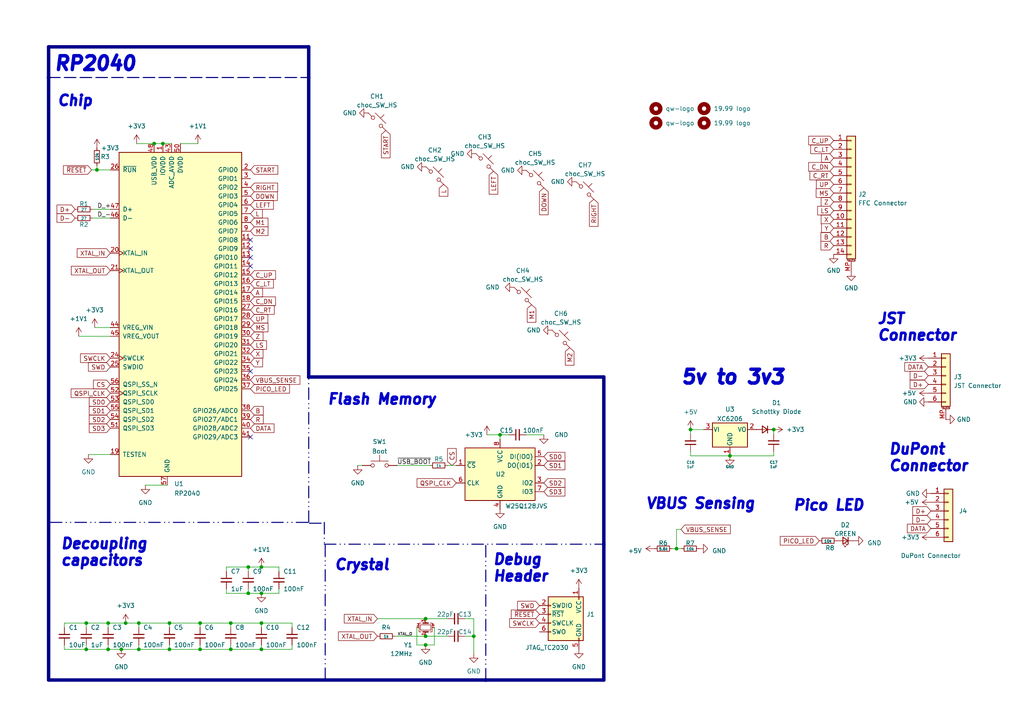
<source format=kicad_sch>
(kicad_sch (version 20230121) (generator eeschema)
  (paper "A4")
  (junction (at 31.369 188.341))
  (junction (at 89.535 109.347))
  (junction (at 72.009 172.085))
  (junction (at 31.369 180.721))
  (junction (at 123.444 184.531))
  (junction (at 224.409 124.587))
  (junction (at 75.819 180.721))
  (junction (at 16.256 224.79))
  (junction (at 11.176 229.489))
  (junction (at 58.039 180.721))
  (junction (at 49.149 180.721))
  (junction (at 28.1112 49.276))
  (junction (at 36.449 180.721))
  (junction (at 35.179 188.341))
  (junction (at 25.019 188.341))
  (junction (at 140.89 197.231))
  (junction (at 72.009 164.465))
  (junction (at 200.279 124.587) (diameter 0.9144))
  (junction (at 49.149 188.341))
  (junction (at 44.704 41.656))
  (junction (at 11.176 224.79))
  (junction (at 14.097 22.479))
  (junction (at 75.819 164.465))
  (junction (at 40.259 180.721))
  (junction (at 123.444 187.071))
  (junction (at 211.709 132.207) (diameter 0.9144))
  (junction (at 75.819 188.341))
  (junction (at 66.929 188.341))
  (junction (at 123.444 179.451))
  (junction (at 145.034 126.111))
  (junction (at 137.414 184.531))
  (junction (at 175.133 157.8441))
  (junction (at 75.9714 252.73))
  (junction (at 66.929 180.721))
  (junction (at 58.039 188.341))
  (junction (at 196.215 159.131))
  (junction (at 47.244 41.656))
  (junction (at 25.019 180.721))
  (junction (at 75.819 172.085))
  (junction (at 89.535 22.479))
  (junction (at 40.259 188.341))
  (no_connect (at 23.876 247.65))
  (no_connect (at 41.656 247.65))
  (no_connect (at 72.644 126.746))
  (no_connect (at 72.644 74.676))
  (no_connect (at 76.327 285.75))
  (no_connect (at 26.416 247.65))
  (no_connect (at 72.644 77.216))
  (no_connect (at 49.276 247.65))
  (no_connect (at 76.327 290.83))
  (no_connect (at 72.644 72.136))
  (no_connect (at 34.036 247.65))
  (no_connect (at 72.644 69.596))
  (no_connect (at 72.644 107.696))
  (wire (pts (xy 125.984 181.991) (xy 125.984 187.071)))
  (bus (pts (xy 14.605 151.511) (xy 89.535 151.511)) (stroke (width 0) (type dash_dot_dot)))
  (wire (pts (xy 125.984 187.071) (xy 123.444 187.071)))
  (wire (pts (xy 40.259 180.721) (xy 40.259 181.991)))
  (wire (pts (xy 80.899 164.465) (xy 80.899 165.735)))
  (wire (pts (xy 49.149 180.721) (xy 49.149 181.991)))
  (wire (pts (xy 211.709 132.207) (xy 224.409 132.207)))
  (wire (pts (xy 49.149 188.341) (xy 49.149 187.071)))
  (wire (pts (xy 134.874 179.451) (xy 137.414 179.451)))
  (wire (pts (xy 31.369 188.341) (xy 35.179 188.341)))
  (wire (pts (xy 109.474 179.451) (xy 123.444 179.451)))
  (bus (pts (xy 14.097 13.589) (xy 89.535 13.589)) (stroke (width 1)))
  (wire (pts (xy 47.244 41.656) (xy 49.784 41.656)))
  (bus (pts (xy 89.535 13.589) (xy 89.535 22.479)) (stroke (width 1)))
  (wire (pts (xy 40.259 188.341) (xy 40.259 187.071)))
  (wire (pts (xy 26.8732 63.246) (xy 32.004 63.246)))
  (wire (pts (xy 31.369 180.721) (xy 36.449 180.721)))
  (bus (pts (xy 89.535 151.511) (xy 89.535 109.347)) (stroke (width 0) (type dash_dot_dot)))
  (wire (pts (xy 65.659 172.085) (xy 72.009 172.085)))
  (wire (pts (xy 75.819 180.721) (xy 75.819 181.991)))
  (wire (pts (xy 75.9714 252.73) (xy 77.216 252.73)))
  (wire (pts (xy 32.004 97.536) (xy 22.8346 97.536)))
  (wire (pts (xy 224.409 130.9116) (xy 224.409 132.207)))
  (wire (pts (xy 65.659 164.465) (xy 65.659 165.735)))
  (bus (pts (xy 140.89 197.231) (xy 140.89 157.861)) (stroke (width 0) (type dash_dot_dot)))
  (wire (pts (xy 123.444 184.531) (xy 114.554 184.531)))
  (wire (pts (xy 58.039 180.721) (xy 66.929 180.721)))
  (wire (pts (xy 40.259 188.341) (xy 49.149 188.341)))
  (wire (pts (xy 120.904 187.071) (xy 123.444 187.071)))
  (wire (pts (xy 25.019 187.071) (xy 25.019 188.341)))
  (wire (pts (xy 196.215 153.543) (xy 196.215 159.131)))
  (wire (pts (xy 145.034 126.111) (xy 147.574 126.111)))
  (wire (pts (xy 18.669 187.071) (xy 18.669 188.341)))
  (wire (pts (xy 18.669 180.721) (xy 25.019 180.721)))
  (wire (pts (xy 28.1112 48.006) (xy 28.1112 49.276)))
  (wire (pts (xy 36.449 180.721) (xy 40.259 180.721)))
  (wire (pts (xy 42.164 140.716) (xy 48.514 140.716)))
  (wire (pts (xy 194.945 159.131) (xy 196.215 159.131)))
  (wire (pts (xy 80.899 172.085) (xy 80.899 170.815)))
  (wire (pts (xy 27.4574 94.996) (xy 32.004 94.996)))
  (wire (pts (xy 75.819 164.465) (xy 80.899 164.465)))
  (wire (pts (xy 115.189 135.001) (xy 124.714 135.001)))
  (wire (pts (xy 66.929 187.071) (xy 66.929 188.341)))
  (bus (pts (xy 14.097 22.479) (xy 89.535 22.479)) (stroke (width 0) (type dash)))
  (wire (pts (xy 75.819 188.341) (xy 75.819 187.071)))
  (wire (pts (xy 11.176 232.41) (xy 16.256 232.41)))
  (wire (pts (xy 129.794 135.001) (xy 132.334 135.001)))
  (wire (pts (xy 35.179 188.341) (xy 40.259 188.341)))
  (bus (pts (xy 94.3282 158.0981) (xy 94.3282 197.485)) (stroke (width 0) (type dash_dot_dot)))
  (wire (pts (xy 25.019 188.341) (xy 31.369 188.341)))
  (bus (pts (xy 175.133 157.8441) (xy 175.133 157.861)))
  (wire (pts (xy 72.009 170.815) (xy 72.009 172.085)))
  (wire (pts (xy 44.704 41.656) (xy 47.244 41.656)))
  (wire (pts (xy 26.8732 60.706) (xy 32.004 60.706)))
  (bus (pts (xy 89.535 22.479) (xy 89.535 109.347)) (stroke (width 1)))
  (wire (pts (xy 72.009 164.465) (xy 72.009 165.735)))
  (bus (pts (xy 175.133 157.8441) (xy 175.133 109.347)) (stroke (width 1)))
  (wire (pts (xy 75.819 172.085) (xy 80.899 172.085)))
  (wire (pts (xy 66.929 180.721) (xy 66.929 181.991)))
  (wire (pts (xy 72.009 164.465) (xy 65.659 164.465)))
  (wire (pts (xy 58.039 188.341) (xy 66.929 188.341)))
  (bus (pts (xy 14.097 197.231) (xy 140.89 197.231)) (stroke (width 1)))
  (wire (pts (xy 69.596 247.65) (xy 67.056 247.65)))
  (wire (pts (xy 28.1112 49.276) (xy 32.004 49.276)))
  (wire (pts (xy 31.369 180.721) (xy 31.369 181.991)))
  (wire (pts (xy 145.034 126.111) (xy 145.034 127.381)))
  (wire (pts (xy 75.819 164.465) (xy 72.009 164.465)))
  (wire (pts (xy 75.819 180.721) (xy 84.709 180.721)))
  (wire (pts (xy 31.369 187.071) (xy 31.369 188.341)))
  (wire (pts (xy 16.256 224.79) (xy 16.256 229.489)))
  (wire (pts (xy 74.676 252.73) (xy 75.9714 252.73)))
  (bus (pts (xy 94.0742 157.8441) (xy 175.133 157.8441)) (stroke (width 0) (type dash_dot_dot)))
  (wire (pts (xy 200.279 124.587) (xy 200.279 125.857)))
  (wire (pts (xy 137.414 184.531) (xy 137.414 189.611)))
  (wire (pts (xy 84.709 188.341) (xy 84.709 187.071)))
  (wire (pts (xy 64.516 247.65) (xy 61.976 247.65)))
  (wire (pts (xy 75.819 188.341) (xy 84.709 188.341)))
  (bus (pts (xy 140.89 197.231) (xy 175.133 197.231)) (stroke (width 1)))
  (wire (pts (xy 49.149 188.341) (xy 58.039 188.341)))
  (wire (pts (xy 11.176 229.489) (xy 11.176 232.41)))
  (wire (pts (xy 152.654 126.111) (xy 157.734 126.111)))
  (wire (pts (xy 26.5683 49.276) (xy 28.1112 49.276)))
  (wire (pts (xy 31.369 180.721) (xy 25.019 180.721)))
  (wire (pts (xy 49.149 180.721) (xy 58.039 180.721)))
  (wire (pts (xy 25.019 180.721) (xy 25.019 181.991)))
  (bus (pts (xy 94.0742 151.511) (xy 94.0742 157.8441)) (stroke (width 0) (type dash_dot_dot)))
  (wire (pts (xy 103.759 135.001) (xy 105.029 135.001)))
  (wire (pts (xy 141.224 126.111) (xy 145.034 126.111)))
  (wire (pts (xy 120.904 181.991) (xy 120.904 187.071)))
  (wire (pts (xy 137.414 179.451) (xy 137.414 184.531)))
  (wire (pts (xy 196.215 159.131) (xy 197.6628 159.131)))
  (wire (pts (xy 200.279 130.937) (xy 200.279 132.207)))
  (wire (pts (xy 137.414 184.531) (xy 134.874 184.531)))
  (wire (pts (xy 84.709 180.721) (xy 84.709 181.991)))
  (wire (pts (xy 129.794 184.531) (xy 123.444 184.531)))
  (wire (pts (xy 66.929 188.341) (xy 75.819 188.341)))
  (bus (pts (xy 89.789 151.765) (xy 94.3282 151.765)) (stroke (width 0) (type dash_dot_dot)))
  (bus (pts (xy 89.535 109.347) (xy 175.133 109.347)) (stroke (width 1)))
  (wire (pts (xy 72.009 172.085) (xy 75.819 172.085)))
  (bus (pts (xy 175.133 197.231) (xy 175.133 157.8441)) (stroke (width 1)))
  (wire (pts (xy 39.624 41.656) (xy 44.704 41.656)))
  (wire (pts (xy 11.176 224.79) (xy 11.176 229.489)))
  (wire (pts (xy 211.709 132.207) (xy 200.279 132.207)))
  (wire (pts (xy 25.654 131.826) (xy 32.004 131.826)))
  (wire (pts (xy 58.039 187.071) (xy 58.039 188.341)))
  (wire (pts (xy 224.409 125.8316) (xy 224.409 124.587)))
  (wire (pts (xy 52.324 41.656) (xy 57.404 41.656)))
  (bus (pts (xy 14.097 22.479) (xy 14.097 197.231)) (stroke (width 1)))
  (wire (pts (xy 197.485 153.543) (xy 196.215 153.543)))
  (wire (pts (xy 129.794 179.451) (xy 123.444 179.451)))
  (wire (pts (xy 200.279 124.587) (xy 204.089 124.587)))
  (wire (pts (xy 18.669 181.991) (xy 18.669 180.721)))
  (wire (pts (xy 58.039 180.721) (xy 58.039 181.991)))
  (wire (pts (xy 18.669 188.341) (xy 25.019 188.341)))
  (wire (pts (xy 66.929 180.721) (xy 75.819 180.721)))
  (wire (pts (xy 40.259 180.721) (xy 49.149 180.721)))
  (bus (pts (xy 14.097 13.589) (xy 14.097 22.479)) (stroke (width 1)))
  (wire (pts (xy 65.659 170.815) (xy 65.659 172.085)))
  (text "RP2040" (at 15.367 20.955 0) (effects (font (size 4 4) (thickness 2) bold italic) (justify left bottom)))
  (text "ESD Protection" (at 11.303 273.558 0) (effects (font (size 4 4) (thickness 2) bold italic) (justify left bottom)))
  (text "Pico LED" (at 229.8192 148.463 0) (effects (font (size 3 3) (thickness 2) bold italic) (justify left bottom)))
  (text "Flash Memory" (at 94.742 117.729 0) (effects (font (size 3 3) (thickness 2) bold italic) (justify left bottom)))
  (text "Crystal" (at 96.774 165.735 0) (effects (font (size 3 3) (thickness 2) bold italic) (justify left bottom)))
  (text "JST\nConnector" (at 254.254 99.187 0) (effects (font (size 3 3) (thickness 2) bold italic) (justify left bottom)))
  (text "USB PORT" (at 8.382 216.662 0) (effects (font (size 4 4) (thickness 2) bold italic) (justify left bottom)))
  (text "Chip" (at 16.383 31.115 0) (effects (font (size 3 3) (thickness 2) bold italic) (justify left bottom)))
  (text "5v to 3v3" (at 197.231 111.887 0) (effects (font (size 4 4) (thickness 2) bold italic) (justify left bottom)))
  (text "VBUS Sensing" (at 187.071 147.955 0) (effects (font (size 3 3) (thickness 2) bold italic) (justify left bottom)))
  (text "DuPont\nConnector" (at 257.556 137.033 0) (effects (font (size 3 3) (thickness 2) bold italic) (justify left bottom)))
  (text "Decoupling\ncapacitors" (at 17.399 164.465 0) (effects (font (size 3 3) (thickness 2) bold italic) (justify left bottom)))
  (text "Debug\nHeader" (at 142.748 169.037 0) (effects (font (size 3 3) (thickness 2) bold italic) (justify left bottom)))
  (label "~{USB_BOOT}" (at 115.189 135.001 0))
  (label "D_-" (at 28.194 63.246 0))
  (label "D_+" (at 28.194 60.706 0))
  (label "XTAL_O" (at 119.634 184.531 180) (effects (font (size 0.8 0.8))))
  (global_label "C_RT" (shape input) (at 195.453 236.601 180) (property "Intersheetrefs" "${INTERSHEET_REFS}" (effects hide)))
  (global_label "C_UP" (shape input) (at 241.808 40.767 180) (property "Intersheetrefs" "${INTERSHEET_REFS}" (effects hide)))
  (global_label "SWCLK" (shape input) (at 32.004 103.886 180) (property "Intersheetrefs" "${INTERSHEET_REFS}" (effects hide)))
  (global_label "M2" (shape input) (at 72.644 67.056 0) (property "Intersheetrefs" "${INTERSHEET_REFS}" (effects hide)))
  (global_label "SD3" (shape input) (at 157.734 142.621 0) (property "Intersheetrefs" "${INTERSHEET_REFS}" (effects hide)))
  (global_label "Y" (shape input) (at 195.453 251.841 180) (property "Intersheetrefs" "${INTERSHEET_REFS}" (effects hide)))
  (global_label "LEFT" (shape input) (at 72.644 59.436 0) (property "Intersheetrefs" "${INTERSHEET_REFS}" (effects hide)))
  (global_label "Y" (shape input) (at 241.808 66.167 180) (property "Intersheetrefs" "${INTERSHEET_REFS}" (effects hide)))
  (global_label "QSPI_CLK" (shape input) (at 132.334 140.081 180) (property "Intersheetrefs" "${INTERSHEET_REFS}" (effects hide)))
  (global_label "DATA" (shape input) (at 130.556 274.066 180) (property "Intersheetrefs" "${INTERSHEET_REFS}" (effects hide)))
  (global_label "A" (shape input) (at 260.604 295.529 270) (property "Intersheetrefs" "${INTERSHEET_REFS}" (effects hide)))
  (global_label "D-" (shape input) (at 130.556 266.446 180) (property "Intersheetrefs" "${INTERSHEET_REFS}" (effects hide)))
  (global_label "D+" (shape input) (at 21.7932 60.706 180) (property "Intersheetrefs" "${INTERSHEET_REFS}" (effects hide)))
  (global_label "DATA" (shape input) (at 72.644 124.206 0) (property "Intersheetrefs" "${INTERSHEET_REFS}" (effects hide)))
  (global_label "3vCable" (shape input) (at 31.496 247.65 270) (property "Intersheetrefs" "${INTERSHEET_REFS}" (effects hide)))
  (global_label "SD0" (shape input) (at 32.004 116.586 180) (property "Intersheetrefs" "${INTERSHEET_REFS}" (effects hide)))
  (global_label "M2" (shape input) (at 165.227 100.838 270) (property "Intersheetrefs" "${INTERSHEET_REFS}" (effects hide)))
  (global_label "M1" (shape input) (at 72.644 64.516 0) (property "Intersheetrefs" "${INTERSHEET_REFS}" (effects hide)))
  (global_label "3vDiode" (shape input) (at 129.159 244.983 180) (property "Intersheetrefs" "${INTERSHEET_REFS}" (effects hide)))
  (global_label "RIGHT" (shape input) (at 172.212 57.785 270) (property "Intersheetrefs" "${INTERSHEET_REFS}" (effects hide)))
  (global_label "3vDiode" (shape input) (at 109.728 226.695 0) (property "Intersheetrefs" "${INTERSHEET_REFS}" (effects hide)))
  (global_label "M1" (shape input) (at 154.178 88.392 270) (property "Intersheetrefs" "${INTERSHEET_REFS}" (effects hide)))
  (global_label "DOWN" (shape input) (at 157.734 54.483 270) (property "Intersheetrefs" "${INTERSHEET_REFS}" (effects hide)))
  (global_label "3vCable" (shape input) (at 46.736 247.65 270) (property "Intersheetrefs" "${INTERSHEET_REFS}" (effects hide)))
  (global_label "DATA" (shape input) (at 270.002 153.289 180) (property "Intersheetrefs" "${INTERSHEET_REFS}" (effects hide)))
  (global_label "C_UP" (shape input) (at 243.967 284.099 270) (property "Intersheetrefs" "${INTERSHEET_REFS}" (effects hide)))
  (global_label "DATA" (shape input) (at 269.24 106.426 180) (property "Intersheetrefs" "${INTERSHEET_REFS}" (effects hide)))
  (global_label "C_LT" (shape input) (at 195.453 228.981 180) (property "Intersheetrefs" "${INTERSHEET_REFS}" (effects hide)))
  (global_label "D+" (shape input) (at 129.159 237.363 180) (property "Intersheetrefs" "${INTERSHEET_REFS}" (effects hide)))
  (global_label "SWD" (shape input) (at 156.464 175.641 180) (property "Intersheetrefs" "${INTERSHEET_REFS}" (effects hide)))
  (global_label "PICO_LED" (shape input) (at 72.644 112.776 0) (property "Intersheetrefs" "${INTERSHEET_REFS}" (effects hide)))
  (global_label "MS" (shape input) (at 241.808 56.007 180) (property "Intersheetrefs" "${INTERSHEET_REFS}" (effects hide)))
  (global_label "LS" (shape input) (at 241.808 61.087 180) (property "Intersheetrefs" "${INTERSHEET_REFS}" (effects hide)))
  (global_label "VBUS_SENSE" (shape input) (at 197.485 153.543 0) (property "Intersheetrefs" "${INTERSHEET_REFS}" (effects hide)))
  (global_label "D+" (shape input) (at 269.24 111.506 180) (property "Intersheetrefs" "${INTERSHEET_REFS}" (effects hide)))
  (global_label "R" (shape input) (at 72.644 121.666 0) (property "Intersheetrefs" "${INTERSHEET_REFS}" (effects hide)))
  (global_label "C_UP" (shape input) (at 195.453 226.441 180) (property "Intersheetrefs" "${INTERSHEET_REFS}" (effects hide)))
  (global_label "C_LT" (shape input) (at 72.644 82.296 0) (property "Intersheetrefs" "${INTERSHEET_REFS}" (effects hide)))
  (global_label "SWD" (shape input) (at 32.004 106.426 180) (property "Intersheetrefs" "${INTERSHEET_REFS}" (effects hide)))
  (global_label "XTAL_OUT" (shape input) (at 32.004 78.486 180) (property "Intersheetrefs" "${INTERSHEET_REFS}" (effects hide)))
  (global_label "X" (shape input) (at 241.808 63.627 180) (property "Intersheetrefs" "${INTERSHEET_REFS}" (effects hide)))
  (global_label "Y" (shape input) (at 244.856 233.68 270) (property "Intersheetrefs" "${INTERSHEET_REFS}" (effects hide)))
  (global_label "LS" (shape input) (at 195.453 246.761 180) (property "Intersheetrefs" "${INTERSHEET_REFS}" (effects hide)))
  (global_label "D-" (shape input) (at 270.002 150.749 180) (property "Intersheetrefs" "${INTERSHEET_REFS}" (effects hide)))
  (global_label "A" (shape input) (at 195.453 231.521 180) (property "Intersheetrefs" "${INTERSHEET_REFS}" (effects hide)))
  (global_label "C_RT" (shape input) (at 256.54 280.797 270) (property "Intersheetrefs" "${INTERSHEET_REFS}" (effects hide)))
  (global_label "DBUS+" (shape input) (at 63.2968 247.65 270) (property "Intersheetrefs" "${INTERSHEET_REFS}" (effects hide)))
  (global_label "R" (shape input) (at 195.453 256.921 180) (property "Intersheetrefs" "${INTERSHEET_REFS}" (effects hide)))
  (global_label "A" (shape input) (at 72.644 84.836 0) (property "Intersheetrefs" "${INTERSHEET_REFS}" (effects hide)))
  (global_label "START" (shape input) (at 72.644 49.276 0) (property "Intersheetrefs" "${INTERSHEET_REFS}" (effects hide)))
  (global_label "C_DN" (shape input) (at 195.453 234.061 180) (property "Intersheetrefs" "${INTERSHEET_REFS}" (effects hide)))
  (global_label "C_DN" (shape input) (at 241.808 48.387 180) (property "Intersheetrefs" "${INTERSHEET_REFS}" (effects hide)))
  (global_label "B" (shape input) (at 72.644 119.126 0) (property "Intersheetrefs" "${INTERSHEET_REFS}" (effects hide)))
  (global_label "Z" (shape input) (at 266.954 250.063 270) (property "Intersheetrefs" "${INTERSHEET_REFS}" (effects hide)))
  (global_label "B" (shape input) (at 241.808 68.707 180) (property "Intersheetrefs" "${INTERSHEET_REFS}" (effects hide)))
  (global_label "C_RT" (shape input) (at 241.808 50.927 180) (property "Intersheetrefs" "${INTERSHEET_REFS}" (effects hide)))
  (global_label "~{RESET}" (shape input) (at 156.464 178.181 180) (property "Intersheetrefs" "${INTERSHEET_REFS}" (effects hide)))
  (global_label "SD2" (shape input) (at 32.004 121.666 180) (property "Intersheetrefs" "${INTERSHEET_REFS}" (effects hide)))
  (global_label "~{RESET}" (shape input) (at 26.5683 49.276 180) (property "Intersheetrefs" "${INTERSHEET_REFS}" (effects hide)))
  (global_label "MS" (shape input) (at 72.644 94.996 0) (property "Intersheetrefs" "${INTERSHEET_REFS}" (effects hide)))
  (global_label "CS" (shape input) (at 32.004 111.506 180) (property "Intersheetrefs" "${INTERSHEET_REFS}" (effects hide)))
  (global_label "MS" (shape input) (at 274.955 240.665 270) (property "Intersheetrefs" "${INTERSHEET_REFS}" (effects hide)))
  (global_label "RIGHT" (shape input) (at 72.644 54.356 0) (property "Intersheetrefs" "${INTERSHEET_REFS}" (effects hide)))
  (global_label "UP" (shape input) (at 282.829 254.508 270) (property "Intersheetrefs" "${INTERSHEET_REFS}" (effects hide)))
  (global_label "Z" (shape input) (at 195.453 244.221 180) (property "Intersheetrefs" "${INTERSHEET_REFS}" (effects hide)))
  (global_label "X" (shape input) (at 195.453 249.301 180) (property "Intersheetrefs" "${INTERSHEET_REFS}" (effects hide)))
  (global_label "SD2" (shape input) (at 157.734 140.081 0) (property "Intersheetrefs" "${INTERSHEET_REFS}" (effects hide)))
  (global_label "A" (shape input) (at 241.808 45.847 180) (property "Intersheetrefs" "${INTERSHEET_REFS}" (effects hide)))
  (global_label "D-" (shape input) (at 269.24 108.966 180) (property "Intersheetrefs" "${INTERSHEET_REFS}" (effects hide)))
  (global_label "DATABUS" (shape input) (at 96.647 285.75 0) (property "Intersheetrefs" "${INTERSHEET_REFS}" (effects hide)))
  (global_label "DATA" (shape input) (at 96.647 290.83 0) (property "Intersheetrefs" "${INTERSHEET_REFS}" (effects hide)))
  (global_label "DBUS+" (shape input) (at 24.003 294.132 180) (property "Intersheetrefs" "${INTERSHEET_REFS}" (effects hide)))
  (global_label "XTAL_IN" (shape input) (at 32.004 73.406 180) (property "Intersheetrefs" "${INTERSHEET_REFS}" (effects hide)))
  (global_label "3vDiode" (shape input) (at 130.556 271.526 180) (property "Intersheetrefs" "${INTERSHEET_REFS}" (effects hide)))
  (global_label "C_DN" (shape input) (at 249.174 311.023 270) (property "Intersheetrefs" "${INTERSHEET_REFS}" (effects hide)))
  (global_label "C_RT" (shape input) (at 72.644 89.916 0) (property "Intersheetrefs" "${INTERSHEET_REFS}" (effects hide)))
  (global_label "B" (shape input) (at 244.856 252.603 270) (property "Intersheetrefs" "${INTERSHEET_REFS}" (effects hide)))
  (global_label "SWCLK" (shape input) (at 156.464 180.721 180) (property "Intersheetrefs" "${INTERSHEET_REFS}" (effects hide)))
  (global_label "XTAL_OUT" (shape input) (at 109.474 184.531 180) (property "Intersheetrefs" "${INTERSHEET_REFS}" (effects hide)))
  (global_label "3vCable" (shape input) (at 86.487 278.13 90) (property "Intersheetrefs" "${INTERSHEET_REFS}" (effects hide)))
  (global_label "D-" (shape input) (at 44.323 289.052 0) (property "Intersheetrefs" "${INTERSHEET_REFS}" (effects hide)))
  (global_label "UP" (shape input) (at 195.453 239.141 180) (property "Intersheetrefs" "${INTERSHEET_REFS}" (effects hide)))
  (global_label "DATABUS" (shape input) (at 54.356 247.65 270) (property "Intersheetrefs" "${INTERSHEET_REFS}" (effects hide)))
  (global_label "L" (shape input) (at 128.651 53.467 270) (property "Intersheetrefs" "${INTERSHEET_REFS}" (effects hide)))
  (global_label "DBUS-" (shape input) (at 68.3768 247.65 270) (property "Intersheetrefs" "${INTERSHEET_REFS}" (effects hide)))
  (global_label "PICO_LED" (shape input) (at 237.617 156.845 180) (property "Intersheetrefs" "${INTERSHEET_REFS}" (effects hide)))
  (global_label "LS" (shape input) (at 72.644 100.076 0) (property "Intersheetrefs" "${INTERSHEET_REFS}" (effects hide)))
  (global_label "3vCable" (shape input) (at 104.648 226.695 180) (property "Intersheetrefs" "${INTERSHEET_REFS}" (effects hide)))
  (global_label "D-" (shape input) (at 21.7932 63.246 180) (property "Intersheetrefs" "${INTERSHEET_REFS}" (effects hide)))
  (global_label "START" (shape input) (at 111.887 37.846 270) (property "Intersheetrefs" "${INTERSHEET_REFS}" (effects hide)))
  (global_label "D+" (shape input) (at 130.556 263.906 180) (property "Intersheetrefs" "${INTERSHEET_REFS}" (effects hide)))
  (global_label "Z" (shape input) (at 72.644 97.536 0) (property "Intersheetrefs" "${INTERSHEET_REFS}" (effects hide)))
  (global_label "DATA" (shape input) (at 129.159 247.523 180) (property "Intersheetrefs" "${INTERSHEET_REFS}" (effects hide)))
  (global_label "XTAL_IN" (shape input) (at 109.474 179.451 180) (property "Intersheetrefs" "${INTERSHEET_REFS}" (effects hide)))
  (global_label "C_DN" (shape input) (at 72.644 87.376 0) (property "Intersheetrefs" "${INTERSHEET_REFS}" (effects hide)))
  (global_label "DBUS-" (shape input) (at 44.323 294.132 0) (property "Intersheetrefs" "${INTERSHEET_REFS}" (effects hide)))
  (global_label "C_UP" (shape input) (at 72.644 79.756 0) (property "Intersheetrefs" "${INTERSHEET_REFS}" (effects hide)))
  (global_label "R" (shape input) (at 236.982 238.76 270) (property "Intersheetrefs" "${INTERSHEET_REFS}" (effects hide)))
  (global_label "Y" (shape input) (at 72.644 105.156 0) (property "Intersheetrefs" "${INTERSHEET_REFS}" (effects hide)))
  (global_label "X" (shape input) (at 72.644 102.616 0) (property "Intersheetrefs" "${INTERSHEET_REFS}" (effects hide)))
  (global_label "DOWN" (shape input) (at 72.644 56.896 0) (property "Intersheetrefs" "${INTERSHEET_REFS}" (effects hide)))
  (global_label "MS" (shape input) (at 195.453 241.681 180) (property "Intersheetrefs" "${INTERSHEET_REFS}" (effects hide)))
  (global_label "LEFT" (shape input) (at 143.129 49.657 270) (property "Intersheetrefs" "${INTERSHEET_REFS}" (effects hide)))
  (global_label "SD0" (shape input) (at 157.734 132.461 0) (property "Intersheetrefs" "${INTERSHEET_REFS}" (effects hide)))
  (global_label "VBUS_SENSE" (shape input) (at 72.644 110.236 0) (property "Intersheetrefs" "${INTERSHEET_REFS}" (effects hide)))
  (global_label "SD3" (shape input) (at 32.004 124.206 180) (property "Intersheetrefs" "${INTERSHEET_REFS}" (effects hide)))
  (global_label "UP" (shape input) (at 72.644 92.456 0) (property "Intersheetrefs" "${INTERSHEET_REFS}" (effects hide)))
  (global_label "R" (shape input) (at 241.808 71.247 180) (property "Intersheetrefs" "${INTERSHEET_REFS}" (effects hide)))
  (global_label "C_LT" (shape input) (at 247.142 297.815 270) (property "Intersheetrefs" "${INTERSHEET_REFS}" (effects hide)))
  (global_label "SD1" (shape input) (at 32.004 119.126 180) (property "Intersheetrefs" "${INTERSHEET_REFS}" (effects hide)))
  (global_label "C_LT" (shape input) (at 241.808 43.307 180) (property "Intersheetrefs" "${INTERSHEET_REFS}" (effects hide)))
  (global_label "D-" (shape input) (at 129.159 239.903 180) (property "Intersheetrefs" "${INTERSHEET_REFS}" (effects hide)))
  (global_label "LS" (shape input) (at 259.08 236.22 270) (property "Intersheetrefs" "${INTERSHEET_REFS}" (effects hide)))
  (global_label "D+" (shape input) (at 24.003 289.052 180) (property "Intersheetrefs" "${INTERSHEET_REFS}" (effects hide)))
  (global_label "D+" (shape input) (at 270.002 148.209 180) (property "Intersheetrefs" "${INTERSHEET_REFS}" (effects hide)))
  (global_label "SD1" (shape input) (at 157.734 135.001 0) (property "Intersheetrefs" "${INTERSHEET_REFS}" (effects hide)))
  (global_label "X" (shape input) (at 252.73 247.523 270) (property "Intersheetrefs" "${INTERSHEET_REFS}" (effects hide)))
  (global_label "CS" (shape input) (at 131.064 135.001 90) (property "Intersheetrefs" "${INTERSHEET_REFS}" (effects hide)))
  (global_label "DATABUS" (shape input) (at 39.116 247.65 270) (property "Intersheetrefs" "${INTERSHEET_REFS}" (effects hide)))
  (global_label "B" (shape input) (at 195.453 254.381 180) (property "Intersheetrefs" "${INTERSHEET_REFS}" (effects hide)))
  (global_label "QSPI_CLK" (shape input) (at 32.004 114.046 180) (property "Intersheetrefs" "${INTERSHEET_REFS}" (effects hide)))
  (global_label "UP" (shape input) (at 241.808 53.467 180) (property "Intersheetrefs" "${INTERSHEET_REFS}" (effects hide)))
  (global_label "Z" (shape input) (at 241.808 58.547 180) (property "Intersheetrefs" "${INTERSHEET_REFS}" (effects hide)))
  (global_label "L" (shape input) (at 72.644 61.976 0) (property "Intersheetrefs" "${INTERSHEET_REFS}" (effects hide)))
  (symbol (lib_id "Device:C_Small") (at 80.899 168.275 0) (unit 1)
    (property "Reference" "C11" (at 82.169 165.7349 0) (effects (justify left)))
    (property "Value" "100nF" (at 82.169 170.8149 0) (effects (justify left)))
    (property "Footprint" "Capacitor_SMD:C_0402_1005Metric" (effects hide))
    (property "LCSC" "C1525" (effects hide))
  )
  (symbol (lib_id "Mechanical:MountingHole") (at 156.845 216.281 0) (unit 1) (in_bom no)
    (property "Reference" "H11" (at 159.893 215.646 0) (effects (justify left)))
    (property "Value" "qw logo" (at 159.893 218.186 0) (effects (justify left)))
    (property "Footprint" "qw-logo:qw new logo silk + copper sm" (effects hide))
  )
  (symbol (lib_id "Device:R_Small") (at 28.1112 45.466 0) (unit 1)
    (property "Reference" "R3" (at 29.1781 45.466 0) (effects (justify left)))
    (property "Value" "10k" (at 28.1875 46.5836 90) (effects (font (size 0.8 0.8)) (justify left)))
    (property "Footprint" "Resistor_SMD:R_0402_1005Metric" (effects hide))
    (property "LCSC" "C25744" (effects hide))
  )
  (symbol (lib_id "Mechanical:MountingHole") (at 171.45 324.993 0) (unit 1) (in_bom no)
    (property "Reference" "H15" (effects hide))
    (property "Value" "MouseBites" (at 174.244 324.993 0) (effects (justify left)))
    (property "Footprint" "PCM_marbastlib-various:mousebites_5p5mm_easysnap" (effects hide))
  )
  (symbol (lib_id "Device:C_Small") (at 132.334 179.451 270) (mirror x) (unit 1)
    (property "Reference" "C13" (at 134.874 178.181 90))
    (property "Value" "22pF" (at 129.159 178.181 90))
    (property "Footprint" "Capacitor_SMD:C_0402_1005Metric" (effects hide))
    (property "LCSC" "C1555" (effects hide))
  )
  (symbol (lib_id "power:+3.3V") (at 269.24 103.886 90) (mirror x) (unit 1)
    (property "Reference" "#PWR035" (effects hide))
    (property "Value" "+3.3V" (at 265.938 103.886 90) (effects (justify left)))
  )
  (symbol (lib_id "power:+3V3") (at 27.4574 94.996 0) (unit 1)
    (property "Reference" "#PWR03" (effects hide))
    (property "Value" "+3V3" (at 27.4574 89.916 0))
  )
  (symbol (lib_id "power:GND") (at 106.807 32.766 270) (unit 1)
    (property "Reference" "#PWR013" (effects hide))
    (property "Value" "GND" (at 103.505 32.766 90) (effects (justify right)))
  )
  (symbol (lib_id "Mechanical:MountingHole") (at 204.089 277.241 0) (unit 1) (in_bom no)
    (property "Reference" "H7" (effects hide))
    (property "Value" "19.99 logo" (at 206.883 277.241 0) (effects (justify left)))
    (property "Footprint" "1999:1999 logo md" (effects hide))
  )
  (symbol (lib_id "Connector_Generic_MountingPin:Conn_01x06_MountingPin") (at 274.32 108.966 0) (unit 1)
    (property "Reference" "J3" (at 276.606 109.3216 0) (effects (justify left)))
    (property "Value" "JST Connector" (at 276.606 111.8616 0) (effects (justify left)))
    (property "Footprint" "Connector_JST:JST_SH_SM06B-SRSS-TB_1x06-1MP_P1.00mm_Horizontal" (effects hide))
    (property "LCSC" "C160405" (effects hide))
  )
  (symbol (lib_id "power:+3V3") (at 39.624 41.656 0) (unit 1)
    (property "Reference" "#PWR07" (effects hide))
    (property "Value" "+3V3" (at 39.624 36.576 0))
  )
  (symbol (lib_id "power:+5V") (at 129.159 242.443 90) (unit 1)
    (property "Reference" "#PWR048" (effects hide))
    (property "Value" "+5V" (at 125.603 242.443 90) (effects (justify left)))
  )
  (symbol (lib_id "power:+3.3V") (at 270.002 155.829 90) (unit 1)
    (property "Reference" "#PWR040" (effects hide))
    (property "Value" "+3.3V" (at 266.7 155.829 90) (effects (justify left)))
  )
  (symbol (lib_name "GND_2") (lib_id "power:GND") (at 246.888 78.867 0) (unit 1)
    (property "Reference" "#PWR033" (effects hide))
    (property "Value" "GND" (at 246.888 83.5372 0))
  )
  (symbol (lib_id "power:GND") (at 255.524 290.449 270) (unit 1)
    (property "Reference" "#PWR063" (effects hide))
    (property "Value" "GND" (at 251.333 290.449 90) (effects (justify right)))
  )
  (symbol (lib_id "Mechanical:MountingHole") (at 190.246 35.687 0) (unit 1) (in_bom no)
    (property "Reference" "H2" (effects hide))
    (property "Value" "qw-logo" (at 193.04 35.687 0) (effects (justify left)))
    (property "Footprint" "qw-logo:qw new logo silk + copper md" (effects hide))
  )
  (symbol (lib_id "Mechanical:MountingHole") (at 204.089 281.432 0) (unit 1) (in_bom no)
    (property "Reference" "H8" (effects hide))
    (property "Value" "19.99 logo" (at 206.883 281.432 0) (effects (justify left)))
    (property "Footprint" "1999:1999 logo md" (effects hide))
  )
  (symbol (lib_id "power:GND") (at 123.444 187.071 0) (mirror y) (unit 1)
    (property "Reference" "#PWR014" (effects hide))
    (property "Value" "GND" (at 123.444 192.151 0))
  )
  (symbol (lib_id "Device:C_Small") (at 58.039 184.531 0) (unit 1)
    (property "Reference" "C6" (at 59.309 181.9909 0) (effects (justify left)))
    (property "Value" "100nF" (at 59.309 187.0709 0) (effects (justify left)))
    (property "Footprint" "Capacitor_SMD:C_0402_1005Metric" (effects hide))
    (property "LCSC" "C1525" (effects hide))
  )
  (symbol (lib_id "power:+3V3") (at 167.894 170.561 0) (unit 1)
    (property "Reference" "#PWR025" (effects hide))
    (property "Value" "+3V3" (at 167.894 165.481 0))
  )
  (symbol (lib_id "Device:R_Small") (at 200.2028 159.131 90) (unit 1)
    (property "Reference" "R7" (at 201.5399 157.5581 90) (effects (justify left)))
    (property "Value" "10k" (at 201.3368 159.2426 90) (effects (font (size 0.8 0.8)) (justify left)))
    (property "Footprint" "Resistor_SMD:R_0603_1608Metric" (effects hide))
    (property "LCSC" "C25804" (effects hide))
  )
  (symbol (lib_id "Device:C_Small") (at 150.114 126.111 90) (unit 1)
    (property "Reference" "C15" (at 148.8439 124.841 90) (effects (justify left)))
    (property "Value" "100nF" (at 157.7339 124.841 90) (effects (justify left)))
    (property "Footprint" "Capacitor_SMD:C_0402_1005Metric" (effects hide))
    (property "LCSC" "C1525" (effects hide))
  )
  (symbol (lib_name "GND_1") (lib_id "power:GND") (at 269.24 116.586 270) (mirror x) (unit 1)
    (property "Reference" "#PWR037" (effects hide))
    (property "Value" "GND" (at 266.065 116.586 90) (effects (justify right)))
  )
  (symbol (lib_id "power:GND") (at 211.709 132.207 0) (unit 1)
    (property "Reference" "#PWR030" (effects hide))
    (property "Value" "GND" (at 211.709 135.382 0) (effects (font (size 0.762 0.762))))
  )
  (symbol (lib_id "power:GND") (at 34.163 301.752 0) (unit 1)
    (property "Reference" "#PWR044" (effects hide))
    (property "Value" "GND" (at 34.163 306.3145 0))
  )
  (symbol (lib_id "PCM_marbastlib-choc:choc_SW_HS") (at 272.415 238.125 0) (unit 1)
    (property "Reference" "CH19" (effects hide))
    (property "Value" "choc_SW_HS" (effects hide))
    (property "Footprint" "PCM_marbastlib-choc:SW_choc_v1_HS_1u" (effects hide))
    (property "LCSC" "C5333465" (effects hide))
  )
  (symbol (lib_id "power:GND") (at 239.776 228.6 270) (unit 1)
    (property "Reference" "#PWR056" (effects hide))
    (property "Value" "GND" (at 235.585 228.6 90) (effects (justify right)))
  )
  (symbol (lib_id "PCM_marbastlib-choc:choc_SW_HS") (at 250.19 244.983 0) (unit 1)
    (property "Reference" "CH14" (effects hide))
    (property "Value" "choc_SW_HS" (effects hide))
    (property "Footprint" "PCM_marbastlib-choc:SW_choc_v1_HS_1u" (effects hide))
    (property "LCSC" "C5333465" (effects hide))
  )
  (symbol (lib_id "Connector_Generic:Conn_01x06") (at 135.636 268.986 0) (mirror x) (unit 1)
    (property "Reference" "J8" (at 137.922 268.351 0) (effects (justify left)))
    (property "Value" "JST Connector" (at 137.922 265.811 0) (effects (justify left)))
    (property "Footprint" "Connector_JST:JST_SH_SM06B-SRSS-TB_1x06-1MP_P1.00mm_Horizontal" (effects hide))
    (property "LCSC" "C160405" (effects hide))
  )
  (symbol (lib_id "power:GND") (at 145.034 147.701 0) (unit 1)
    (property "Reference" "#PWR019" (effects hide))
    (property "Value" "GND" (at 145.034 152.781 0))
  )
  (symbol (lib_id "power:+5V") (at 189.865 159.131 90) (unit 1)
    (property "Reference" "#PWR027" (effects hide))
    (property "Value" "+5V" (at 186.182 159.766 90) (effects (justify left)))
  )
  (symbol (lib_id "PCM_marbastlib-choc:choc_SW_HS") (at 264.414 247.523 0) (unit 1)
    (property "Reference" "CH18" (effects hide))
    (property "Value" "choc_SW_HS" (effects hide))
    (property "Footprint" "PCM_marbastlib-choc:SW_choc_v1_HS_1u" (effects hide))
    (property "LCSC" "C5333465" (effects hide))
  )
  (symbol (lib_id "Device:R_Small") (at 24.3332 63.246 90) (unit 1)
    (property "Reference" "R2" (at 24.3332 65.1256 90))
    (property "Value" "27" (at 24.3332 63.3476 90) (effects (font (size 0.8 0.8))))
    (property "Footprint" "Resistor_SMD:R_0603_1608Metric" (effects hide))
    (property "LCSC" "C25190" (effects hide))
  )
  (symbol (lib_id "Mechanical:MountingHole") (at 172.72 330.073 0) (unit 1) (in_bom no)
    (property "Reference" "H18" (effects hide))
    (property "Value" "MouseBites" (at 175.514 330.073 0) (effects (justify left)))
    (property "Footprint" "PCM_marbastlib-various:mousebites_5p5mm_easysnap" (effects hide))
  )
  (symbol (lib_id "Device:C_Small") (at 13.716 229.489 270) (unit 1)
    (property "Reference" "C18" (at 15.875 228.346 90))
    (property "Value" "4.7u" (at 18.415 226.695 90))
    (property "Footprint" "Capacitor_SMD:C_0603_1608Metric" (effects hide))
    (property "LCSC" "C19666" (effects hide))
  )
  (symbol (lib_id "power:+5V") (at 34.163 281.432 0) (unit 1)
    (property "Reference" "#PWR043" (effects hide))
    (property "Value" "+5V" (at 34.163 277.8275 0))
  )
  (symbol (lib_id "Mechanical:MountingHole") (at 171.45 335.28 0) (unit 1) (in_bom no)
    (property "Reference" "H16" (effects hide))
    (property "Value" "MouseBites" (at 174.244 335.28 0) (effects (justify left)))
    (property "Footprint" "PCM_marbastlib-various:mousebites_5p5mm_easysnap" (effects hide))
  )
  (symbol (lib_id "PCM_marbastlib-choc:choc_SW_HS") (at 234.442 236.22 0) (unit 1)
    (property "Reference" "CH8" (effects hide))
    (property "Value" "choc_SW_HS" (effects hide))
    (property "Footprint" "PCM_marbastlib-choc:SW_choc_v1_HS_1u" (effects hide))
    (property "LCSC" "C5333465" (effects hide))
  )
  (symbol (lib_id "power:GND") (at 242.062 292.735 270) (unit 1)
    (property "Reference" "#PWR058" (effects hide))
    (property "Value" "GND" (at 237.871 292.735 90) (effects (justify right)))
  )
  (symbol (lib_id "Device:LED_Small") (at 245.237 156.845 180) (unit 1)
    (property "Reference" "D2" (at 245.1735 152.273 0))
    (property "Value" "GREEN" (at 245.1735 154.813 0))
    (property "Footprint" "LED_SMD:LED_0805_2012Metric" (effects hide))
    (property "LCSC" "C2297" (effects hide))
  )
  (symbol (lib_id "power:GND") (at 202.7428 159.131 90) (unit 1)
    (property "Reference" "#PWR029" (effects hide))
    (property "Value" "GND" (at 206.5528 159.766 90) (effects (justify right)))
  )
  (symbol (lib_id "PCM_marbastlib-choc:choc_SW_HS") (at 280.289 251.968 0) (unit 1)
    (property "Reference" "CH20" (effects hide))
    (property "Value" "choc_SW_HS" (effects hide))
    (property "Footprint" "PCM_marbastlib-choc:SW_choc_v1_HS_1u" (effects hide))
    (property "LCSC" "C5333465" (effects hide))
  )
  (symbol (lib_id "power:+3V3") (at 141.224 126.111 0) (unit 1)
    (property "Reference" "#PWR018" (effects hide))
    (property "Value" "+3V3" (at 137.414 126.111 0))
  )
  (symbol (lib_id "PCM_marbastlib-choc:choc_SW_HS") (at 242.316 231.14 0) (unit 1)
    (property "Reference" "CH10" (effects hide))
    (property "Value" "choc_SW_HS" (effects hide))
    (property "Footprint" "PCM_marbastlib-choc:SW_choc_v1_HS_1u" (effects hide))
    (property "LCSC" "C5333465" (effects hide))
  )
  (symbol (lib_id "power:+5V") (at 82.296 252.73 180) (unit 1)
    (property "Reference" "#PWR046" (effects hide))
    (property "Value" "+5V" (at 82.2961 256.1844 90) (effects (justify left)))
  )
  (symbol (lib_name "GND_1") (lib_id "power:GND") (at 270.002 143.129 270) (unit 1)
    (property "Reference" "#PWR038" (effects hide))
    (property "Value" "GND" (at 266.827 143.129 90) (effects (justify right)))
  )
  (symbol (lib_id "Device:C_Small") (at 66.929 184.531 0) (unit 1)
    (property "Reference" "C8" (at 68.199 181.9909 0) (effects (justify left)))
    (property "Value" "100nF" (at 68.199 187.0709 0) (effects (justify left)))
    (property "Footprint" "Capacitor_SMD:C_0402_1005Metric" (effects hide))
    (property "LCSC" "C1525" (effects hide))
  )
  (symbol (lib_name "GND_1") (lib_id "power:GND") (at 274.32 121.666 90) (mirror x) (unit 1)
    (property "Reference" "#PWR041" (effects hide))
    (property "Value" "GND" (at 277.495 121.666 90) (effects (justify right)))
  )
  (symbol (lib_id "power:GND") (at 261.874 244.983 270) (unit 1)
    (property "Reference" "#PWR064" (effects hide))
    (property "Value" "GND" (at 257.683 244.983 90) (effects (justify right)))
  )
  (symbol (lib_id "power:+5V") (at 130.556 268.986 90) (unit 1)
    (property "Reference" "#PWR049" (effects hide))
    (property "Value" "+5V" (at 127 268.986 90) (effects (justify left)))
  )
  (symbol (lib_id "PCM_marbastlib-choc:choc_SW_HS") (at 256.54 233.68 0) (unit 1)
    (property "Reference" "CH16" (effects hide))
    (property "Value" "choc_SW_HS" (effects hide))
    (property "Footprint" "PCM_marbastlib-choc:SW_choc_v1_HS_1u" (effects hide))
    (property "LCSC" "C5333465" (effects hide))
  )
  (symbol (lib_id "Sleep-lib:RP2040") (at 52.324 92.456 0) (unit 1)
    (property "Reference" "U1" (at 50.5334 140.3255 0) (effects (justify left)))
    (property "Value" "RP2040" (at 50.5334 143.1006 0) (effects (justify left)))
    (property "Footprint" "footprints:RP2040-QFN-56" (effects hide))
    (property "Datasheet" "https://datasheets.raspberrypi.com/rp2040/rp2040-datasheet.pdf" (effects hide))
    (property "LCSC" "C2040" (effects hide))
  )
  (symbol (lib_id "Mechanical:MountingHole") (at 171.831 342.138 0) (unit 1) (in_bom no)
    (property "Reference" "H17" (effects hide))
    (property "Value" "MouseBites" (at 174.625 342.138 0) (effects (justify left)))
    (property "Footprint" "PCM_marbastlib-various:mousebites_5p5mm_easysnap" (effects hide))
  )
  (symbol (lib_id "Device:C_Small") (at 200.279 128.397 180) (unit 1)
    (property "Reference" "C16" (at 200.279 134.112 0) (effects (font (size 0.762 0.762))))
    (property "Value" "1uF" (at 200.279 135.382 0) (effects (font (size 0.762 0.762))))
    (property "Footprint" "Capacitor_SMD:C_0402_1005Metric" (effects hide))
    (property "LCSC" "C52923" (effects hide))
  )
  (symbol (lib_id "Device:R_Small") (at 74.676 250.19 180) (unit 1)
    (property "Reference" "R10" (at 73.6091 250.19 0) (effects (justify left)))
    (property "Value" "5.1k" (at 74.7776 248.8692 90) (effects (font (size 0.8 0.8)) (justify left)))
    (property "Footprint" "Resistor_SMD:R_0603_1608Metric" (effects hide))
    (property "LCSC" "C23186" (effects hide))
  )
  (symbol (lib_id "Mechanical:MountingHole") (at 172.339 312.928 0) (unit 1) (in_bom no)
    (property "Reference" "H13" (effects hide))
    (property "Value" "MouseBites" (at 175.133 312.928 0) (effects (justify left)))
    (property "Footprint" "PCM_marbastlib-various:mousebites_5p5mm_easysnap" (effects hide))
  )
  (symbol (lib_id "Device:C_Small") (at 84.709 184.531 0) (unit 1)
    (property "Reference" "C12" (at 85.979 181.9909 0) (effects (justify left)))
    (property "Value" "100nF" (at 85.979 187.0709 0) (effects (justify left)))
    (property "Footprint" "Capacitor_SMD:C_0402_1005Metric" (effects hide))
    (property "LCSC" "C1525" (effects hide))
  )
  (symbol (lib_id "PCM_marbastlib-choc:choc_SW_HS") (at 258.064 292.989 0) (unit 1)
    (property "Reference" "CH17" (effects hide))
    (property "Value" "choc_SW_HS" (effects hide))
    (property "Footprint" "PCM_marbastlib-choc:SW_choc_v1_HS_1u" (effects hide))
    (property "LCSC" "C5333465" (effects hide))
  )
  (symbol (lib_id "Connector:USB_C_Receptacle") (at 56.896 232.41 270) (unit 1)
    (property "Reference" "J6" (at 90.6272 232.41 0))
    (property "Value" "USB C Connector" (at 88.0872 232.41 0))
    (property "Footprint" "Rectangles:TYPE-C_24P_QCHT" (effects hide))
    (property "Datasheet" "https://www.usb.org/sites/default/files/documents/usb_type-c.zip" (effects hide))
    (property "LCSC" "C456013" (effects hide))
  )
  (symbol (lib_name "GND_1") (lib_id "power:GND") (at 130.556 261.366 270) (unit 1)
    (property "Reference" "#PWR053" (effects hide))
    (property "Value" "GND" (at 127.381 261.366 90) (effects (justify right)))
  )
  (symbol (lib_id "power:GND") (at 138.049 44.577 270) (unit 1)
    (property "Reference" "#PWR017" (effects hide))
    (property "Value" "GND" (at 134.747 44.577 90) (effects (justify right)))
  )
  (symbol (lib_id "Device:C_Small") (at 75.819 184.531 0) (unit 1)
    (property "Reference" "C10" (at 77.089 181.9909 0) (effects (justify left)))
    (property "Value" "100nF" (at 77.089 187.0709 0) (effects (justify left)))
    (property "Footprint" "Capacitor_SMD:C_0402_1005Metric" (effects hide))
    (property "LCSC" "C1525" (effects hide))
  )
  (symbol (lib_id "Device:C_Small") (at 18.669 184.531 0) (unit 1)
    (property "Reference" "C1" (at 19.939 181.9909 0) (effects (justify left)))
    (property "Value" "10uF" (at 19.939 187.0709 0) (effects (justify left)))
    (property "Footprint" "Capacitor_SMD:C_0402_1005Metric" (effects hide))
    (property "LCSC" "C15525" (effects hide))
  )
  (symbol (lib_id "Mechanical:MountingHole") (at 190.119 281.432 0) (unit 1) (in_bom no)
    (property "Reference" "H6" (effects hide))
    (property "Value" "qw-logo" (at 192.913 281.432 0) (effects (justify left)))
    (property "Footprint" "qw-logo:qw new logo silk + copper md" (effects hide))
  )
  (symbol (lib_id "Connector_Generic:Conn_01x06") (at 275.082 148.209 0) (unit 1) (in_bom no)
    (property "Reference" "J4" (at 278.13 148.209 0) (effects (justify left)))
    (property "Value" "DuPont Connector" (at 261.239 161.163 0) (effects (justify left)))
    (property "Footprint" "Connector_PinHeader_2.54mm:PinHeader_1x06_P2.54mm_Vertical" (effects hide))
  )
  (symbol (lib_id "power:GND") (at 35.179 188.341 0) (unit 1)
    (property "Reference" "#PWR05" (effects hide))
    (property "Value" "GND" (at 35.179 193.421 0))
  )
  (symbol (lib_id "power:+1V1") (at 75.819 164.465 0) (unit 1)
    (property "Reference" "#PWR010" (effects hide))
    (property "Value" "+1V1" (at 75.819 159.385 0))
  )
  (symbol (lib_id "power:GND") (at 75.9714 252.73 0) (unit 1)
    (property "Reference" "#PWR045" (effects hide))
    (property "Value" "GND" (at 75.9714 258.4196 0))
  )
  (symbol (lib_id "power:GND") (at 123.571 48.387 270) (unit 1)
    (property "Reference" "#PWR015" (effects hide))
    (property "Value" "GND" (at 120.269 48.387 90) (effects (justify right)))
  )
  (symbol (lib_id "Device:R_Small") (at 240.157 156.845 90) (unit 1)
    (property "Reference" "R8" (at 242.0677 158.9221 90) (effects (justify left)))
    (property "Value" "10k" (at 241.291 156.9566 90) (effects (font (size 0.8 0.8)) (justify left)))
    (property "Footprint" "Resistor_SMD:R_0402_1005Metric" (effects hide))
    (property "LCSC" "C25744" (effects hide))
  )
  (symbol (lib_id "power:GND") (at 254 231.14 270) (unit 1)
    (property "Reference" "#PWR062" (effects hide))
    (property "Value" "GND" (at 249.809 231.14 90) (effects (justify right)))
  )
  (symbol (lib_id "power:GND") (at 244.094 305.943 270) (unit 1)
    (property "Reference" "#PWR059" (effects hide))
    (property "Value" "GND" (at 239.903 305.943 90) (effects (justify right)))
  )
  (symbol (lib_id "power:GND") (at 251.46 275.717 270) (unit 1)
    (property "Reference" "#PWR061" (effects hide))
    (property "Value" "GND" (at 247.269 275.717 90) (effects (justify right)))
  )
  (symbol (lib_id "power:+5V") (at 270.002 145.669 90) (unit 1)
    (property "Reference" "#PWR039" (effects hide))
    (property "Value" "+5V" (at 266.446 145.669 90) (effects (justify left)))
  )
  (symbol (lib_id "PCM_marbastlib-choc:choc_SW_HS") (at 246.634 308.483 0) (unit 1)
    (property "Reference" "CH13" (effects hide))
    (property "Value" "choc_SW_HS" (effects hide))
    (property "Footprint" "PCM_marbastlib-choc:SW_choc_v1_HS_1u" (effects hide))
    (property "LCSC" "C5333465" (effects hide))
  )
  (symbol (lib_id "Mechanical:MountingHole") (at 190.119 277.241 0) (unit 1) (in_bom no)
    (property "Reference" "H5" (effects hide))
    (property "Value" "qw-logo" (at 192.913 277.241 0) (effects (justify left)))
    (property "Footprint" "qw-logo:qw new logo silk + copper md" (effects hide))
  )
  (symbol (lib_id "Mechanical:MountingHole") (at 171.704 348.234 0) (unit 1) (in_bom no)
    (property "Reference" "H19" (effects hide))
    (property "Value" "MouseBites" (at 174.498 348.234 0) (effects (justify left)))
    (property "Footprint" "PCM_marbastlib-various:mousebites_5p5mm_easysnap" (effects hide))
  )
  (symbol (lib_id "Device:R_Small") (at 127.254 135.001 90) (unit 1)
    (property "Reference" "R5" (at 127.2498 133.209 90))
    (property "Value" "1k" (at 127.2512 135.0819 90) (effects (font (size 0.8 0.8))))
    (property "Footprint" "Resistor_SMD:R_0402_1005Metric" (effects hide))
    (property "LCSC" "C11702" (effects hide))
  )
  (symbol (lib_id "PCM_marbastlib-choc:choc_SW_HS") (at 254 278.257 0) (unit 1)
    (property "Reference" "CH15" (effects hide))
    (property "Value" "choc_SW_HS" (effects hide))
    (property "Footprint" "PCM_marbastlib-choc:SW_choc_v1_HS_1u" (effects hide))
    (property "LCSC" "C5333465" (effects hide))
  )
  (symbol (lib_id "Power_Protection:USBLC6-2SC6") (at 86.487 288.29 0) (unit 1)
    (property "Reference" "U5" (at 89.2557 275.0312 0) (effects (justify left)))
    (property "Value" "USBLC6-2SC6" (at 89.2557 277.5712 0) (effects (justify left)))
    (property "Footprint" "Package_TO_SOT_SMD:SOT-23-6" (effects hide))
    (property "Datasheet" "https://www.st.com/resource/en/datasheet/usblc6-2.pdf" (effects hide))
    (property "LCSC" "C7519" (effects hide))
  )
  (symbol (lib_name "GND_2") (lib_id "power:GND") (at 200.533 221.361 180) (unit 1)
    (property "Reference" "#PWR051" (effects hide))
    (property "Value" "GND" (at 200.533 216.489 0))
  )
  (symbol (lib_id "PCM_marbastlib-choc:choc_SW_HS") (at 244.602 295.275 0) (unit 1)
    (property "Reference" "CH12" (effects hide))
    (property "Value" "choc_SW_HS" (effects hide))
    (property "Footprint" "PCM_marbastlib-choc:SW_choc_v1_HS_1u" (effects hide))
    (property "LCSC" "C5333465" (effects hide))
  )
  (symbol (lib_id "power:GND") (at 86.487 298.45 0) (unit 1)
    (property "Reference" "#PWR047" (effects hide))
    (property "Value" "GND" (at 86.487 303.0125 0))
  )
  (symbol (lib_id "power:GND") (at 137.414 189.611 0) (mirror y) (unit 1)
    (property "Reference" "#PWR016" (effects hide))
    (property "Value" "GND" (at 137.414 194.691 0))
  )
  (symbol (lib_id "marbastlib-various:JTAG_TC2030") (at 162.814 180.721 0) (unit 1) (in_bom no)
    (property "Reference" "J1" (at 170.1038 178.1809 0) (effects (justify left)))
    (property "Value" "JTAG_TC2030" (at 152.4 187.833 0) (effects (justify left)))
    (property "Footprint" "PCM_marbastlib-various:CON_TC2030_outlined" (effects hide))
    (property "Datasheet" " ~" (effects hide))
  )
  (symbol (lib_id "power:GND") (at 152.654 49.403 270) (unit 1)
    (property "Reference" "#PWR021" (effects hide))
    (property "Value" "GND" (at 149.352 49.403 90) (effects (justify right)))
  )
  (symbol (lib_id "Power_Protection:USBLC6-2SC6") (at 34.163 291.592 0) (unit 1)
    (property "Reference" "U4" (at 36.9317 278.3332 0) (effects (justify left)))
    (property "Value" "USBLC6-2SC6" (at 36.9317 280.8732 0) (effects (justify left)))
    (property "Footprint" "Package_TO_SOT_SMD:SOT-23-6" (effects hide))
    (property "Datasheet" "https://www.st.com/resource/en/datasheet/usblc6-2.pdf" (effects hide))
    (property "LCSC" "C7519" (effects hide))
  )
  (symbol (lib_id "power:GND") (at 42.164 140.716 0) (unit 1)
    (property "Reference" "#PWR08" (effects hide))
    (property "Value" "GND" (at 42.164 145.796 0))
  )
  (symbol (lib_id "power:+3V3") (at 28.1112 42.926 0) (unit 1)
    (property "Reference" "#PWR04" (effects hide))
    (property "Value" "+3V3" (at 31.9212 42.926 0))
  )
  (symbol (lib_name "GND_2") (lib_id "power:GND") (at 195.453 259.461 0) (unit 1)
    (property "Reference" "#PWR050" (effects hide))
    (property "Value" "GND" (at 195.453 264.1312 0))
  )
  (symbol (lib_id "Mechanical:MountingHole") (at 190.246 31.496 0) (unit 1) (in_bom no)
    (property "Reference" "H1" (effects hide))
    (property "Value" "qw-logo" (at 193.04 31.496 0) (effects (justify left)))
    (property "Footprint" "qw-logo:qw new logo silk + copper md" (effects hide))
  )
  (symbol (lib_id "power:GND") (at 247.777 156.845 90) (unit 1)
    (property "Reference" "#PWR034" (effects hide))
    (property "Value" "GND" (at 251.587 157.48 90) (effects (justify right)))
  )
  (symbol (lib_id "Device:R_Small") (at 24.3332 60.706 90) (unit 1)
    (property "Reference" "R1" (at 24.3332 59.1566 90))
    (property "Value" "27" (at 24.3332 60.8076 90) (effects (font (size 0.8 0.8))))
    (property "Footprint" "Resistor_SMD:R_0603_1608Metric" (effects hide))
    (property "LCSC" "C25190" (effects hide))
  )
  (symbol (lib_id "power:+1V1") (at 57.404 41.656 0) (unit 1)
    (property "Reference" "#PWR09" (effects hide))
    (property "Value" "+1V1" (at 57.404 36.576 0))
  )
  (symbol (lib_id "power:GND") (at 103.759 135.001 0) (unit 1)
    (property "Reference" "#PWR012" (effects hide))
    (property "Value" "GND" (at 103.759 140.081 0))
  )
  (symbol (lib_id "Device:Crystal_GND24_Small") (at 123.444 181.991 270) (mirror x) (unit 1)
    (property "Reference" "Y1" (at 119.634 187.071 90) (effects (justify right)))
    (property "Value" "12MHz" (at 119.634 189.611 90) (effects (justify right)))
    (property "Footprint" "Crystal:Crystal_SMD_3225-4Pin_3.2x2.5mm" (effects hide))
    (property "LCSC" "C9002" (effects hide))
  )
  (symbol (lib_id "power:GND") (at 160.147 95.758 270) (unit 1)
    (property "Reference" "#PWR023" (effects hide))
    (property "Value" "GND" (at 156.845 95.758 90) (effects (justify right)))
  )
  (symbol (lib_id "Device:C_Small") (at 49.149 184.531 0) (unit 1)
    (property "Reference" "C5" (at 50.419 181.9909 0) (effects (justify left)))
    (property "Value" "100nF" (at 50.419 187.0709 0) (effects (justify left)))
    (property "Footprint" "Capacitor_SMD:C_0402_1005Metric" (effects hide))
    (property "LCSC" "C1525" (effects hide))
  )
  (symbol (lib_id "power:GND") (at 167.894 188.341 0) (unit 1)
    (property "Reference" "#PWR026" (effects hide))
    (property "Value" "GND" (at 167.894 193.421 0))
  )
  (symbol (lib_id "Connector_Generic:Conn_01x06") (at 134.239 239.903 0) (unit 1) (in_bom no)
    (property "Reference" "J7" (at 137.16 239.903 0) (effects (justify left)))
    (property "Value" "DuPont Connector" (at 137.16 242.443 0) (effects (justify left)))
    (property "Footprint" "Connector_PinHeader_2.54mm:PinHeader_1x06_P2.54mm_Vertical" (effects hide))
  )
  (symbol (lib_id "Switch:SW_Push") (at 110.109 135.001 0) (unit 1)
    (property "Reference" "SW1" (at 110.109 128.1135 0))
    (property "Value" "Boot" (at 110.109 130.8886 0))
    (property "Footprint" "Button_Switch_SMD:SW_SPST_SKQG_WithStem" (effects hide))
    (property "LCSC" "C318884" (effects hide))
  )
  (symbol (lib_id "power:GND") (at 25.654 131.826 0) (unit 1)
    (property "Reference" "#PWR02" (effects hide))
    (property "Value" "GND" (at 25.654 136.906 0))
  )
  (symbol (lib_id "PCM_marbastlib-choc:choc_SW_HS") (at 242.316 250.063 0) (unit 1)
    (property "Reference" "CH11" (effects hide))
    (property "Value" "choc_SW_HS" (effects hide))
    (property "Footprint" "PCM_marbastlib-choc:SW_choc_v1_HS_1u" (effects hide))
    (property "LCSC" "C5333465" (effects hide))
  )
  (symbol (lib_id "power:+5V") (at 200.279 124.587 0) (unit 1)
    (property "Reference" "#PWR028" (effects hide))
    (property "Value" "+5V" (at 200.279 119.507 0))
  )
  (symbol (lib_id "power:GND") (at 247.65 242.443 270) (unit 1)
    (property "Reference" "#PWR060" (effects hide))
    (property "Value" "GND" (at 243.459 242.443 90) (effects (justify right)))
  )
  (symbol (lib_id "PCM_marbastlib-choc:choc_SW_HS") (at 241.427 281.559 0) (unit 1)
    (property "Reference" "CH9" (effects hide))
    (property "Value" "choc_SW_HS" (effects hide))
    (property "Footprint" "PCM_marbastlib-choc:SW_choc_v1_HS_1u" (effects hide))
    (property "LCSC" "C5333465" (effects hide))
  )
  (symbol (lib_id "power:GND") (at 157.734 126.111 0) (unit 1)
    (property "Reference" "#PWR022" (effects hide))
    (property "Value" "GND" (at 162.814 126.111 0))
  )
  (symbol (lib_id "Mechanical:MountingHole") (at 204.216 35.687 0) (unit 1) (in_bom no)
    (property "Reference" "H4" (effects hide))
    (property "Value" "19.99 logo" (at 207.01 35.687 0) (effects (justify left)))
    (property "Footprint" "1999:1999 logo md" (effects hide))
  )
  (symbol (lib_id "Device:D_Small") (at 107.188 226.695 0) (mirror y) (unit 1)
    (property "Reference" "D3" (at 105.918 229.616 90) (effects (justify right)))
    (property "Value" "Schottky Diode" (at 108.458 229.616 90) (effects (justify right)))
    (property "Footprint" "Diode_SMD:D_SOD-323" (effects hide))
    (property "Sim.Device" "D" (effects hide))
    (property "Sim.Pins" "1=K 2=A" (effects hide))
    (property "LCSC" "C191023" (effects hide))
  )
  (symbol (lib_id "power:+5V") (at 269.24 114.046 90) (mirror x) (unit 1)
    (property "Reference" "#PWR036" (effects hide))
    (property "Value" "+5V" (at 265.684 114.046 90) (effects (justify left)))
  )
  (symbol (lib_id "Mechanical:MountingHole") (at 156.845 223.266 0) (unit 1) (in_bom no)
    (property "Reference" "H12" (at 159.893 222.631 0) (effects (justify left)))
    (property "Value" "1999 logo" (at 159.893 225.171 0) (effects (justify left)))
    (property "Footprint" "1999:1999 logo md" (effects hide))
  )
  (symbol (lib_id "Connector_Generic_MountingPin:Conn_01x14_MountingPin") (at 200.533 244.221 0) (mirror x) (unit 1)
    (property "Reference" "J5" (at 203.581 243.8654 0) (effects (justify left)))
    (property "Value" "FFC Connector" (at 203.581 241.3254 0) (effects (justify left)))
    (property "Footprint" "Connector_FFC-FPC:TE_1-84953-4_1x14-1MP_P1.0mm_Horizontal" (effects hide))
    (property "LCSC" "C376047" (effects hide))
  )
  (symbol (lib_id "Device:R_Small") (at 112.014 184.531 270) (mirror x) (unit 1)
    (property "Reference" "R4" (at 112.014 181.991 90))
    (property "Value" "1k" (at 112.014 184.6259 90) (effects (font (size 0.8 0.8))))
    (property "Footprint" "Resistor_SMD:R_0402_1005Metric" (effects hide))
    (property "LCSC" "C11702" (effects hide))
  )
  (symbol (lib_id "Connector_Generic_MountingPin:Conn_01x14_MountingPin") (at 246.888 56.007 0) (unit 1)
    (property "Reference" "J2" (at 248.92 56.3626 0) (effects (justify left)))
    (property "Value" "FFC Connector" (at 248.92 58.9026 0) (effects (justify left)))
    (property "Footprint" "Connector_FFC-FPC:TE_1-84953-4_1x14-1MP_P1.0mm_Horizontal" (effects hide))
    (property "LCSC" "C376047" (effects hide))
  )
  (symbol (lib_name "GND_2") (lib_id "power:GND") (at 241.808 73.787 0) (unit 1)
    (property "Reference" "#PWR032" (effects hide))
    (property "Value" "GND" (at 241.808 78.4572 0))
  )
  (symbol (lib_id "power:GND") (at 231.902 233.68 270) (unit 1)
    (property "Reference" "#PWR054" (effects hide))
    (property "Value" "GND" (at 227.711 233.68 90) (effects (justify right)))
  )
  (symbol (lib_id "power:GND") (at 167.132 52.705 270) (unit 1)
    (property "Reference" "#PWR024" (effects hide))
    (property "Value" "GND" (at 163.83 52.705 90) (effects (justify right)))
  )
  (symbol (lib_id "Regulator_Linear:XC6206PxxxMR") (at 211.709 124.587 0) (unit 1)
    (property "Reference" "U3" (at 211.709 118.7155 0))
    (property "Value" "XC6206" (at 211.709 121.4906 0))
    (property "Footprint" "Package_TO_SOT_SMD:SOT-23" (effects hide))
    (property "Datasheet" "https://www.torexsemi.com/file/xc6206/XC6206.pdf" (effects hide))
    (property "LCSC" "C5446" (effects hide))
  )
  (symbol (lib_id "power:GND") (at 269.875 235.585 270) (unit 1)
    (property "Reference" "#PWR065" (effects hide))
    (property "Value" "GND" (at 265.684 235.585 90) (effects (justify right)))
  )
  (symbol (lib_id "PCM_marbastlib-choc:choc_SW_HS") (at 151.638 85.852 0) (unit 1)
    (property "Reference" "CH4" (at 151.638 78.486 0))
    (property "Value" "choc_SW_HS" (at 151.638 81.026 0))
    (property "Footprint" "PCM_marbastlib-choc:SW_choc_v1_HS_1u" (effects hide))
    (property "LCSC" "C5333465" (effects hide))
  )
  (symbol (lib_id "power:GND") (at 75.819 172.085 0) (unit 1)
    (property "Reference" "#PWR011" (effects hide))
    (property "Value" "GND" (at 75.819 177.165 0))
  )
  (symbol (lib_id "power:GND") (at 11.176 224.79 270) (unit 1)
    (property "Reference" "#PWR042" (effects hide))
    (property "Value" "GND" (at 4.445 224.79 90) (effects (justify left)))
  )
  (symbol (lib_id "Device:Fuse_Small") (at 82.296 250.19 270) (unit 1)
    (property "Reference" "F1" (at 84.0232 250.0884 90) (effects (justify left)))
    (property "Value" "500 mA" (at 84.0232 252.6284 90) (effects (justify left)))
    (property "Footprint" "Fuse:Fuse_1206_3216Metric" (effects hide))
    (property "LCSC" "C70076" (effects hide))
  )
  (symbol (lib_id "Device:R_Small") (at 13.716 224.79 90) (unit 1)
    (property "Reference" "R9" (at 12.827 223.012 90))
    (property "Value" "1M" (at 13.716 224.8916 90) (effects (font (size 0.8 0.8))))
    (property "Footprint" "Resistor_SMD:R_0603_1608Metric" (effects hide))
    (property "LCSC" "C22935" (effects hide))
  )
  (symbol (lib_id "PCM_marbastlib-choc:choc_SW_HS") (at 169.672 55.245 0) (unit 1)
    (property "Reference" "CH7" (at 169.672 47.879 0))
    (property "Value" "choc_SW_HS" (at 169.672 50.419 0))
    (property "Footprint" "PCM_marbastlib-choc:SW_choc_v1_HS_1u" (effects hide))
    (property "LCSC" "C5333465" (effects hide))
  )
  (symbol (lib_id "power:GND") (at 277.749 249.428 270) (unit 1)
    (property "Reference" "#PWR066" (effects hide))
    (property "Value" "GND" (at 273.558 249.428 90) (effects (justify right)))
  )
  (symbol (lib_id "Device:R_Small") (at 77.216 250.19 0) (unit 1)
    (property "Reference" "R11" (at 78.2829 250.19 0) (effects (justify left)))
    (property "Value" "5.1k" (at 77.3176 251.5108 90) (effects (font (size 0.8 0.8)) (justify left)))
    (property "Footprint" "Resistor_SMD:R_0603_1608Metric" (effects hide))
    (property "LCSC" "C23186" (effects hide))
  )
  (symbol (lib_id "Device:C_Small") (at 40.259 184.531 0) (unit 1)
    (property "Reference" "C4" (at 41.529 181.9909 0) (effects (justify left)))
    (property "Value" "100nF" (at 41.529 187.0709 0) (effects (justify left)))
    (property "Footprint" "Capacitor_SMD:C_0402_1005Metric" (effects hide))
    (property "LCSC" "C1525" (effects hide))
  )
  (symbol (lib_id "PCM_marbastlib-choc:choc_SW_HS") (at 109.347 35.306 0) (unit 1)
    (property "Reference" "CH1" (at 109.347 27.94 0))
    (property "Value" "choc_SW_HS" (at 109.347 30.48 0))
    (property "Footprint" "PCM_marbastlib-choc:SW_choc_v1_HS_1u" (effects hide))
    (property "LCSC" "C5333465" (effects hide))
  )
  (symbol (lib_id "Memory_Flash:W25Q128JVS") (at 145.034 137.541 0) (unit 1)
    (property "Reference" "U2" (at 143.764 137.541 0) (effects (justify left)))
    (property "Value" "W25Q128JVS" (at 146.5538 146.7832 0) (effects (justify left)))
    (property "Footprint" "Package_SO:SOIC-8_5.23x5.23mm_P1.27mm" (effects hide))
    (property "Datasheet" "http://www.winbond.com/resource-files/w25q128jv_dtr%20revc%2003272018%20plus.pdf" (effects hide))
    (property "LCSC" "C97521" (effects hide))
  )
  (symbol (lib_id "Device:D_Small") (at 221.869 124.587 180) (unit 1)
    (property "Reference" "D1" (at 225.2218 116.84 0))
    (property "Value" "Schottky Diode" (at 225.2218 119.38 0))
    (property "Footprint" "Diode_SMD:D_SOD-123" (effects hide))
    (property "LCSC" "C8598" (effects hide))
  )
  (symbol (lib_id "power:GND") (at 238.887 279.019 270) (unit 1)
    (property "Reference" "#PWR055" (effects hide))
    (property "Value" "GND" (at 234.696 279.019 90) (effects (justify right)))
  )
  (symbol (lib_id "Mechanical:MountingHole") (at 128.651 216.281 0) (unit 1) (in_bom no)
    (property "Reference" "H10" (at 131.699 215.646 0) (effects (justify left)))
    (property "Value" "MountingHole" (at 131.699 218.186 0) (effects (justify left)))
    (property "Footprint" "MountingHole:MountingHole_2.2mm_M2_DIN965_Pad" (effects hide))
  )
  (symbol (lib_id "Device:C_Small") (at 31.369 184.531 0) (unit 1)
    (property "Reference" "C3" (at 32.639 181.9909 0) (effects (justify left)))
    (property "Value" "100nF" (at 32.639 187.0709 0) (effects (justify left)))
    (property "Footprint" "Capacitor_SMD:C_0402_1005Metric" (effects hide))
    (property "LCSC" "C1525" (effects hide))
  )
  (symbol (lib_id "Mechanical:MountingHole") (at 171.069 318.135 0) (unit 1) (in_bom no)
    (property "Reference" "H14" (effects hide))
    (property "Value" "MouseBites" (at 173.863 318.135 0) (effects (justify left)))
    (property "Footprint" "PCM_marbastlib-various:mousebites_5p5mm_easysnap" (effects hide))
  )
  (symbol (lib_id "power:+3V3") (at 36.449 180.721 0) (unit 1)
    (property "Reference" "#PWR06" (effects hide))
    (property "Value" "+3V3" (at 36.449 175.641 0))
  )
  (symbol (lib_id "power:GND") (at 149.098 83.312 270) (unit 1)
    (property "Reference" "#PWR020" (effects hide))
    (property "Value" "GND" (at 144.907 83.312 90) (effects (justify right)))
  )
  (symbol (lib_id "PCM_marbastlib-choc:choc_SW_HS") (at 155.194 51.943 0) (unit 1)
    (property "Reference" "CH5" (at 155.194 44.577 0))
    (property "Value" "choc_SW_HS" (at 155.194 47.117 0))
    (property "Footprint" "PCM_marbastlib-choc:SW_choc_v1_HS_1u" (effects hide))
    (property "LCSC" "C5333465" (effects hide))
  )
  (symbol (lib_id "Device:C_Small") (at 224.409 128.3716 180) (unit 1)
    (property "Reference" "C17" (at 224.409 134.0866 0) (effects (font (size 0.762 0.762))))
    (property "Value" "1uF" (at 224.409 135.3566 0) (effects (font (size 0.762 0.762))))
    (property "Footprint" "Capacitor_SMD:C_0402_1005Metric" (effects hide))
    (property "LCSC" "C52923" (effects hide))
  )
  (symbol (lib_id "Device:R_Small") (at 192.405 159.131 90) (unit 1)
    (property "Reference" "R6" (at 193.7097 157.5281 90) (effects (justify left)))
    (property "Value" "5.6k" (at 193.7615 159.1979 90) (effects (font (size 0.8 0.8)) (justify left)))
    (property "Footprint" "Resistor_SMD:R_0603_1608Metric" (effects hide))
    (property "LCSC" "C23189" (effects hide))
  )
  (symbol (lib_id "PCM_marbastlib-choc:choc_SW_HS") (at 126.111 50.927 0) (unit 1)
    (property "Reference" "CH2" (at 126.111 43.561 0))
    (property "Value" "choc_SW_HS" (at 126.111 46.101 0))
    (property "Footprint" "PCM_marbastlib-choc:SW_choc_v1_HS_1u" (effects hide))
    (property "LCSC" "C5333465" (effects hide))
  )
  (symbol (lib_id "power:+1V1") (at 22.8346 97.536 0) (unit 1)
    (property "Reference" "#PWR01" (effects hide))
    (property "Value" "+1V1" (at 22.8346 92.456 0))
  )
  (symbol (lib_id "Device:C_Small") (at 72.009 168.275 0) (unit 1)
    (property "Reference" "C9" (at 73.279 165.7349 0) (effects (justify left)))
    (property "Value" "100nF" (at 73.279 170.8149 0) (effects (justify left)))
    (property "Footprint" "Capacitor_SMD:C_0402_1005Metric" (effects hide))
    (property "LCSC" "C1525" (effects hide))
  )
  (symbol (lib_id "Device:C_Small") (at 65.659 168.275 0) (unit 1)
    (property "Reference" "C7" (at 66.929 165.7349 0) (effects (justify left)))
    (property "Value" "1uF" (at 66.929 170.8149 0) (effects (justify left)))
    (property "Footprint" "Capacitor_SMD:C_0402_1005Metric" (effects hide))
    (property "LCSC" "C52923" (effects hide))
  )
  (symbol (lib_id "PCM_marbastlib-choc:choc_SW_HS") (at 140.589 47.117 0) (unit 1)
    (property "Reference" "CH3" (at 140.589 39.751 0))
    (property "Value" "choc_SW_HS" (at 140.589 42.291 0))
    (property "Footprint" "PCM_marbastlib-choc:SW_choc_v1_HS_1u" (effects hide))
    (property "LCSC" "C5333465" (effects hide))
  )
  (symbol (lib_id "PCM_marbastlib-choc:choc_SW_HS") (at 162.687 98.298 0) (unit 1)
    (property "Reference" "CH6" (at 162.687 90.932 0))
    (property "Value" "choc_SW_HS" (at 162.687 93.472 0))
    (property "Footprint" "PCM_marbastlib-choc:SW_choc_v1_HS_1u" (effects hide))
    (property "LCSC" "C5333465" (effects hide))
  )
  (symbol (lib_name "GND_1") (lib_id "power:GND") (at 129.159 234.823 270) (unit 1)
    (property "Reference" "#PWR052" (effects hide))
    (property "Value" "GND" (at 125.984 234.823 90) (effects (justify right)))
  )
  (symbol (lib_id "power:+3.3V") (at 224.409 124.587 270) (unit 1)
    (property "Reference" "#PWR031" (effects hide))
    (property "Value" "+3.3V" (at 228.0412 124.5869 90) (effects (justify left)))
  )
  (symbol (lib_id "Mechanical:MountingHole") (at 204.216 31.496 0) (unit 1) (in_bom no)
    (property "Reference" "H3" (effects hide))
    (property "Value" "19.99 logo" (at 207.01 31.496 0) (effects (justify left)))
    (property "Footprint" "1999:1999 logo md" (effects hide))
  )
  (symbol (lib_id "Device:C_Small") (at 132.334 184.531 270) (mirror x) (unit 1)
    (property "Reference" "C14" (at 134.874 183.261 90))
    (property "Value" "22pF" (at 129.159 183.261 90))
    (property "Footprint" "Capacitor_SMD:C_0402_1005Metric" (effects hide))
    (property "LCSC" "C1555" (effects hide))
  )
  (symbol (lib_id "power:GND") (at 239.776 247.523 270) (unit 1)
    (property "Reference" "#PWR057" (effects hide))
    (property "Value" "GND" (at 235.585 247.523 90) (effects (justify right)))
  )
  (symbol (lib_id "Mechanical:MountingHole_Pad") (at 16.256 222.25 0) (mirror y) (unit 1) (in_bom no)
    (property "Reference" "H9" (at 20.701 218.821 0) (effects (justify left)))
    (property "Value" "MountingHole_Pad" (effects hide))
    (property "Footprint" "MountingHole:MountingHole_2.2mm_M2_DIN965_Pad" (effects hide))
  )
  (symbol (lib_id "Device:C_Small") (at 25.019 184.531 0) (unit 1)
    (property "Reference" "C2" (at 26.289 181.9909 0) (effects (justify left)))
    (property "Value" "1uF" (at 26.289 187.0709 0) (effects (justify left)))
    (property "Footprint" "Capacitor_SMD:C_0402_1005Metric" (effects hide))
    (property "LCSC" "C52923" (effects hide))
  )
)
</source>
